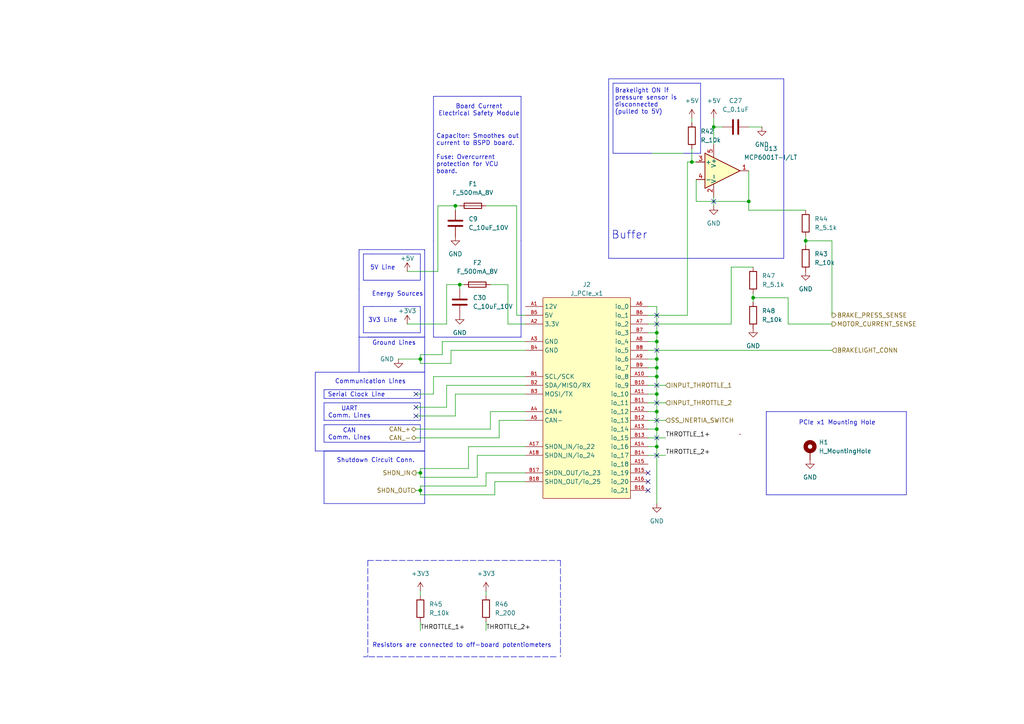
<source format=kicad_sch>
(kicad_sch (version 20250114) (generator "eeschema") (generator_version "9.0")
  (paper "A4")
  (title_block (title "PCIe x1 Connector") (comment 1 "By Leo Liao"))
  (lib_symbols
    (symbol "OEM:C_0.1uF_16V_0603" (pin_numbers (hide yes)) (pin_names (offset 0.254))
      (property "Reference" "C" (at 0.635 2.54 0))
      (property "Value" "C_0.1uF_16V" (at 0.635 -2.54 0))
      (symbol "C_0.1uF_16V_0603_0_1"
        (polyline (pts (xy -2.032 0.762) (xy 2.032 0.762)) (stroke (width 0.508)))
        (polyline (pts (xy -2.032 -0.762) (xy 2.032 -0.762)) (stroke (width 0.508)))
      )
      (symbol "C_0.1uF_16V_0603_1_1"
        (pin passive line (at 0 3.81 270) (length 2.794) (name "~") (number "1"))
        (pin passive line (at 0 -3.81 90) (length 2.794) (name "~") (number "2"))
      )
    )
    (symbol "OEM:C_10uF_10V_0603" (pin_numbers (hide yes)) (pin_names (offset 0.254))
      (property "Reference" "C" (at 0.635 2.54 0))
      (property "Value" "C_10uF_10V" (at 0.635 -2.54 0))
      (symbol "C_10uF_10V_0603_0_1"
        (polyline (pts (xy -2.032 0.762) (xy 2.032 0.762)) (stroke (width 0.508)))
        (polyline (pts (xy -2.032 -0.762) (xy 2.032 -0.762)) (stroke (width 0.508)))
      )
      (symbol "C_10uF_10V_0603_1_1"
        (pin passive line (at 0 3.81 270) (length 2.794) (name "~") (number "1"))
        (pin passive line (at 0 -3.81 90) (length 2.794) (name "~") (number "2"))
      )
    )
    (symbol "OEM:F_500mA_8V_1206" (pin_numbers (hide yes)) (pin_names (offset 0))
      (property "Reference" "F" (at 2.032 0 90))
      (property "Value" "F_500mA_8V" (at -1.905 0 90))
      (symbol "F_500mA_8V_1206_0_1"
        (rectangle (start -0.762 -2.54) (end 0.762 2.54) (stroke (width 0.254)))
        (polyline (pts (xy 0 2.54) (xy 0 -2.54)))
      )
      (symbol "F_500mA_8V_1206_1_1"
        (pin passive line (at 0 3.81 270) (length 1.27) (name "~") (number "1"))
        (pin passive line (at 0 -3.81 90) (length 1.27) (name "~") (number "2"))
      )
    )
    (symbol "OEM:H_MountingHole" (pin_numbers (hide yes)) (pin_names (offset 1.016) (hide yes)) (in_bom no)
      (property "Reference" "H" (at 0 6.35 0))
      (property "Value" "H_MountingHole" (at 0 4.445 0))
      (symbol "H_MountingHole_0_1"
        (circle (center 0 1.27) (radius 1.27) (stroke (width 1.27)))
      )
      (symbol "H_MountingHole_1_1"
        (pin input line (at 0 -2.54 90) (length 2.54) (name "1") (number "1"))
      )
    )
    (symbol "OEM:J_PCIe_x1"
      (property "Reference" "J" (at 0 30.48 0))
      (property "Value" "J_PCIe_x1" (at 0 27.94 0))
      (symbol "J_PCIe_x1_0_1"
        (circle (center 44.45 -12.954) (radius 0.0001))
      )
      (symbol "J_PCIe_x1_1_1"
        (rectangle (start -12.7 26.67) (end 12.7 -31.496) (fill (type background)))
        (pin bidirectional line (at -17.78 24.13 0) (length 5) (name "12V") (number "A1"))
        (pin bidirectional line (at -17.78 21.59 0) (length 5) (name "5V") (number "B5"))
        (pin bidirectional line (at -17.78 19.05 0) (length 5) (name "3.3V") (number "A2"))
        (pin bidirectional line (at -17.78 13.97 0) (length 5) (name "GND") (number "A3"))
        (pin bidirectional line (at -17.78 11.43 0) (length 5) (name "GND") (number "B4"))
        (pin bidirectional line (at -17.78 3.81 0) (length 5) (name "SCL/SCK") (number "B1"))
        (pin bidirectional line (at -17.78 1.27 0) (length 5) (name "SDA/MISO/RX") (number "B2"))
        (pin bidirectional line (at -17.78 -1.27 0) (length 5) (name "MOSI/TX") (number "B3"))
        (pin bidirectional line (at -17.78 -6.35 0) (length 5) (name "CAN+") (number "A4"))
        (pin bidirectional line (at -17.78 -8.89 0) (length 5) (name "CAN-") (number "A5"))
        (pin bidirectional line (at -17.78 -16.51 0) (length 5) (name "SHDN_IN/io_22") (number "A17"))
        (pin bidirectional line (at -17.78 -19.05 0) (length 5) (name "SHDN_IN/io_24") (number "A18"))
        (pin bidirectional line (at -17.78 -24.13 0) (length 5) (name "SHDN_OUT/io_23") (number "B17"))
        (pin bidirectional line (at -17.78 -26.67 0) (length 5) (name "SHDN_OUT/io_25") (number "B18"))
        (pin bidirectional line (at 17.78 24.13 180) (length 5) (name "io_0") (number "A6"))
        (pin bidirectional line (at 17.78 21.59 180) (length 5) (name "io_1") (number "B6"))
        (pin bidirectional line (at 17.78 19.05 180) (length 5) (name "io_2") (number "A7"))
        (pin bidirectional line (at 17.78 16.51 180) (length 5) (name "io_3") (number "B7"))
        (pin bidirectional line (at 17.78 13.97 180) (length 5) (name "io_4") (number "A8"))
        (pin bidirectional line (at 17.78 11.43 180) (length 5) (name "io_5") (number "B8"))
        (pin bidirectional line (at 17.78 8.89 180) (length 5) (name "io_6") (number "A9"))
        (pin bidirectional line (at 17.78 6.35 180) (length 5) (name "io_7") (number "B9"))
        (pin bidirectional line (at 17.78 3.81 180) (length 5) (name "io_8") (number "A10"))
        (pin bidirectional line (at 17.78 1.27 180) (length 5) (name "io_9") (number "B10"))
        (pin bidirectional line (at 17.78 -1.27 180) (length 5) (name "io_10") (number "A11"))
        (pin bidirectional line (at 17.78 -3.81 180) (length 5) (name "io_11") (number "B11"))
        (pin bidirectional line (at 17.78 -6.35 180) (length 5) (name "io_12") (number "A12"))
        (pin bidirectional line (at 17.78 -8.89 180) (length 5) (name "io_13") (number "B12"))
        (pin bidirectional line (at 17.78 -11.43 180) (length 5) (name "io_14") (number "A13"))
        (pin bidirectional line (at 17.78 -13.97 180) (length 5) (name "io_15") (number "B13"))
        (pin bidirectional line (at 17.78 -16.51 180) (length 5) (name "io_16") (number "A14"))
        (pin bidirectional line (at 17.78 -19.05 180) (length 5) (name "io_17") (number "B14"))
        (pin bidirectional line (at 17.78 -21.59 180) (length 5) (name "io_18") (number "A15"))
        (pin bidirectional line (at 17.78 -24.13 180) (length 5) (name "io_19") (number "B15"))
        (pin bidirectional line (at 17.78 -26.67 180) (length 5) (name "io_20") (number "A16"))
        (pin bidirectional line (at 17.78 -29.21 180) (length 5) (name "io_21") (number "B16"))
      )
    )
    (symbol "OEM:R_10k_0.1W_0603" (pin_numbers (hide yes)) (pin_names (offset 0))
      (property "Reference" "R" (at 2.032 0 90))
      (property "Value" "R_10k" (at 0 0 90))
      (symbol "R_10k_0.1W_0603_0_1"
        (rectangle (start -1.016 -2.54) (end 1.016 2.54) (stroke (width 0.254)))
      )
      (symbol "R_10k_0.1W_0603_1_1"
        (pin passive line (at 0 3.81 270) (length 1.27) (name "~") (number "1"))
        (pin passive line (at 0 -3.81 90) (length 1.27) (name "~") (number "2"))
      )
    )
    (symbol "OEM:R_200_0.1W_0603" (pin_numbers (hide yes)) (pin_names (offset 0))
      (property "Reference" "R" (at 2.032 0 90))
      (property "Value" "R_200" (at 0 0 90))
      (symbol "R_200_0.1W_0603_0_1"
        (rectangle (start -1.016 -2.54) (end 1.016 2.54) (stroke (width 0.254)))
      )
      (symbol "R_200_0.1W_0603_1_1"
        (pin passive line (at 0 3.81 270) (length 1.27) (name "~") (number "1"))
        (pin passive line (at 0 -3.81 90) (length 1.27) (name "~") (number "2"))
      )
    )
    (symbol "OEM:R_5.1k_0.1W_0603" (pin_numbers (hide yes)) (pin_names (offset 0))
      (property "Reference" "R" (at 2.032 0 90))
      (property "Value" "R_5.1k" (at 0 0 90))
      (symbol "R_5.1k_0.1W_0603_0_1"
        (rectangle (start -1.016 -2.54) (end 1.016 2.54) (stroke (width 0.254)))
      )
      (symbol "R_5.1k_0.1W_0603_1_1"
        (pin passive line (at 0 3.81 270) (length 1.27) (name "~") (number "1"))
        (pin passive line (at 0 -3.81 90) (length 1.27) (name "~") (number "2"))
      )
    )
    (symbol "OEM:U_OpAmp_MCP6001T-ILT_SOT-353" (pin_names (offset 0.127))
      (property "Reference" "U" (at 0 5.08 0))
      (property "Value" "MCP6001T-I/LT" (at 0 -5.08 0))
      (symbol "U_OpAmp_MCP6001T-ILT_SOT-353_0_1"
        (polyline (pts (xy -5.08 5.08) (xy 5.08 0) (xy -5.08 -5.08) (xy -5.08 5.08)) (stroke (width 0.254)) (fill (type background)))
        (pin power_in line (at -2.54 7.62 270) (length 3.81) (name "V+") (number "5"))
        (pin power_in line (at -2.54 -7.62 90) (length 3.81) (name "V-") (number "2"))
      )
      (symbol "U_OpAmp_MCP6001T-ILT_SOT-353_1_1"
        (pin input line (at -7.62 2.54 0) (length 2.54) (name "+") (number "3"))
        (pin input line (at -7.62 -2.54 0) (length 2.54) (name "-") (number "4"))
        (pin output line (at 7.62 0 180) (length 2.54) (name "~") (number "1"))
      )
    )
    (symbol "power:+3V3" (power) (pin_numbers (hide yes)) (pin_names (offset 0) (hide yes))
      (property "Value" "+3V3" (at 0 3.556 0))
      (symbol "+3V3_0_1"
        (polyline (pts (xy -0.762 1.27) (xy 0 2.54)))
        (polyline (pts (xy 0 2.54) (xy 0.762 1.27)))
        (polyline (pts (xy 0 0) (xy 0 2.54)))
      )
      (symbol "+3V3_1_1"
        (pin power_in line (at 0 0 90) (length 0) (name "~") (number "1"))
      )
    )
    (symbol "power:+5V" (power) (pin_numbers (hide yes)) (pin_names (offset 0) (hide yes))
      (property "Value" "+5V" (at 0 3.556 0))
      (symbol "+5V_0_1"
        (polyline (pts (xy -0.762 1.27) (xy 0 2.54)))
        (polyline (pts (xy 0 2.54) (xy 0.762 1.27)))
        (polyline (pts (xy 0 0) (xy 0 2.54)))
      )
      (symbol "+5V_1_1"
        (pin power_in line (at 0 0 90) (length 0) (name "~") (number "1"))
      )
    )
    (symbol "power:GND" (power) (pin_numbers (hide yes)) (pin_names (offset 0) (hide yes))
      (property "Value" "GND" (at 0 -3.81 0))
      (symbol "GND_0_1"
        (polyline (pts (xy 0 0) (xy 0 -1.27) (xy 1.27 -1.27) (xy 0 -2.54) (xy -1.27 -1.27) (xy 0 -1.27)))
      )
      (symbol "GND_1_1"
        (pin power_in line (at 0 0 270) (length 0) (name "~") (number "1"))
      )
    )
  )
  (text "Buffer" (at 177.292 69.596 0) (effects (font (size 2.286 2.286)) (justify left bottom)))
  (text "Shutdown Circuit Conn." (at 108.966 133.604 0) (effects (font (size 1.27 1.27))))
  (text "Serial Clock Line" (at 103.378 114.554 0) (effects (font (size 1.27 1.27))))
  (text "UART\nComm. Lines" (at 101.346 119.634 0) (effects (font (size 1.27 1.27))))
  (text "Board Current\nElectrical Safety Module" (at 138.938 32.004 0) (effects (font (size 1.27 1.27))))
  (text "PCIe x1 Mounting Hole" (at 242.824 122.682 0) (effects (font (size 1.27 1.27))))
  (text "Brakelight ON if\npressure sensor is\ndisconnected\n(pulled to 5V)\n" (at 178.308 33.274 0) (effects (font (size 1.27 1.27)) (justify left bottom)))
  (text "Communication Lines" (at 107.442 110.744 0) (effects (font (size 1.27 1.27))))
  (text "5V Line" (at 110.998 77.724 0) (effects (font (size 1.27 1.27))))
  (text "CAN\nComm. Lines" (at 101.346 125.984 0) (effects (font (size 1.27 1.27))))
  (text "3V3 Line" (at 110.998 92.964 0) (effects (font (size 1.27 1.27))))
  (text "Ground Lines" (at 114.3 99.568 0) (effects (font (size 1.27 1.27))))
  (text "Resistors are connected to off-board potentiometers" (at 107.95 187.96 0) (effects (font (size 1.27 1.27)) (justify left bottom)))
  (text "Capacitor: Smoothes out \ncurrent to BSPD board.\n\nFuse: Overcurrent\nprotection for VCU\nboard." (at 126.492 50.546 0) (effects (font (size 1.27 1.27)) (justify left bottom)))
  (text "Energy Sources" (at 115.316 85.344 0) (effects (font (size 1.27 1.27))))
  (junction (at 190.5 129.54))
  (junction (at 190.5 124.46))
  (junction (at 121.92 104.14))
  (junction (at 121.92 142.24))
  (junction (at 190.5 114.3))
  (junction (at 190.5 119.38))
  (junction (at 121.92 137.16))
  (junction (at 132.08 59.69))
  (junction (at 133.35 82.55))
  (junction (at 233.68 69.85))
  (junction (at 190.5 99.06))
  (junction (at 190.5 109.22))
  (junction (at 200.66 46.99))
  (junction (at 217.17 58.42))
  (junction (at 218.44 86.36))
  (junction (at 190.5 96.52))
  (junction (at 190.5 106.68))
  (junction (at 207.01 36.83))
  (junction (at 190.5 104.14))
  (no_connect (at 190.5 91.44))
  (no_connect (at 190.5 111.76))
  (no_connect (at 120.65 114.3))
  (no_connect (at 207.01 58.42))
  (no_connect (at 190.5 127))
  (no_connect (at 187.96 139.7))
  (no_connect (at 190.5 93.98))
  (no_connect (at 190.5 132.08))
  (no_connect (at 120.65 120.65))
  (no_connect (at 190.5 121.92))
  (no_connect (at 120.65 118.11))
  (no_connect (at 190.5 116.84))
  (no_connect (at 187.96 137.16))
  (no_connect (at 190.5 101.6))
  (no_connect (at 187.96 142.24))
  (polyline (pts (xy 121.92 73.66) (xy 121.92 81.28)))
  (wire (pts (xy 132.08 59.69) (xy 133.35 59.69)))
  (polyline (pts (xy 151.13 69.85) (xy 151.13 97.79)))
  (wire (pts (xy 187.96 114.3) (xy 190.5 114.3)))
  (wire (pts (xy 127 78.74) (xy 127 59.69)))
  (polyline (pts (xy 262.89 143.51) (xy 262.89 119.38)))
  (wire (pts (xy 144.78 121.92) (xy 152.4 121.92)))
  (wire (pts (xy 121.92 138.43) (xy 121.92 137.16)))
  (wire (pts (xy 133.35 82.55) (xy 134.62 82.55)))
  (wire (pts (xy 121.92 142.24) (xy 120.65 142.24)))
  (wire (pts (xy 147.32 93.98) (xy 152.4 93.98)))
  (wire (pts (xy 127 59.69) (xy 132.08 59.69)))
  (polyline (pts (xy 104.14 97.79) (xy 104.14 83.82)))
  (wire (pts (xy 121.92 171.45) (xy 121.92 172.72)))
  (wire (pts (xy 118.11 93.98) (xy 129.54 93.98)))
  (wire (pts (xy 187.96 101.6) (xy 241.3 101.6)))
  (wire (pts (xy 187.96 111.76) (xy 193.04 111.76)))
  (wire (pts (xy 140.97 180.34) (xy 140.97 182.88)))
  (polyline (pts (xy 104.14 72.39) (xy 106.68 72.39)))
  (polyline (pts (xy 227.33 74.93) (xy 227.33 22.86)))
  (wire (pts (xy 152.4 111.76) (xy 129.54 111.76)))
  (wire (pts (xy 190.5 129.54) (xy 190.5 146.05)))
  (polyline (pts (xy 93.98 121.92) (xy 121.92 121.92)))
  (wire (pts (xy 220.98 36.83) (xy 217.17 36.83)))
  (polyline (pts (xy 121.92 116.84) (xy 93.98 116.84)))
  (wire (pts (xy 190.5 96.52) (xy 190.5 99.06)))
  (wire (pts (xy 120.65 120.65) (xy 132.08 120.65)))
  (polyline (pts (xy 161.29 190.5) (xy 105.41 190.5)) (stroke (width 0) (type dash)))
  (polyline (pts (xy 222.25 143.51) (xy 262.89 143.51)))
  (polyline (pts (xy 125.73 27.94) (xy 125.73 69.85)))
  (wire (pts (xy 217.17 60.96) (xy 233.68 60.96)))
  (wire (pts (xy 133.35 82.55) (xy 133.35 83.82)))
  (wire (pts (xy 121.92 140.97) (xy 140.97 140.97)))
  (polyline (pts (xy 107.95 81.28) (xy 121.92 81.28)))
  (wire (pts (xy 217.17 49.53) (xy 217.17 58.42)))
  (wire (pts (xy 125.73 109.22) (xy 152.4 109.22)))
  (polyline (pts (xy 121.92 128.27) (xy 121.92 123.19)))
  (wire (pts (xy 207.01 59.69) (xy 207.01 57.15)))
  (polyline (pts (xy 121.92 113.03) (xy 93.98 113.03)))
  (wire (pts (xy 140.97 59.69) (xy 149.86 59.69)))
  (wire (pts (xy 121.92 135.89) (xy 135.89 135.89)))
  (wire (pts (xy 218.44 86.36) (xy 218.44 87.63)))
  (wire (pts (xy 187.96 121.92) (xy 193.04 121.92)))
  (wire (pts (xy 190.5 109.22) (xy 190.5 114.3)))
  (wire (pts (xy 121.92 104.14) (xy 121.92 105.41)))
  (wire (pts (xy 135.89 135.89) (xy 135.89 129.54)))
  (polyline (pts (xy 123.19 97.79) (xy 106.68 97.79)))
  (polyline (pts (xy 104.14 72.39) (xy 104.14 83.82)))
  (wire (pts (xy 128.27 102.87) (xy 121.92 102.87)))
  (wire (pts (xy 190.5 106.68) (xy 190.5 109.22)))
  (polyline (pts (xy 222.25 119.38) (xy 262.89 119.38)))
  (wire (pts (xy 142.24 124.46) (xy 142.24 119.38)))
  (wire (pts (xy 199.39 46.99) (xy 199.39 91.44)))
  (polyline (pts (xy 91.44 107.95) (xy 96.52 107.95)))
  (polyline (pts (xy 93.98 146.05) (xy 123.19 146.05)))
  (polyline (pts (xy 203.2 44.45) (xy 177.8 44.45)))
  (polyline (pts (xy 121.92 123.19) (xy 93.98 123.19)))
  (wire (pts (xy 120.65 127) (xy 144.78 127)))
  (wire (pts (xy 187.96 127) (xy 193.04 127)))
  (wire (pts (xy 187.96 88.9) (xy 190.5 88.9)))
  (wire (pts (xy 121.92 138.43) (xy 138.43 138.43)))
  (polyline (pts (xy 121.92 115.57) (xy 121.92 113.03)))
  (wire (pts (xy 142.24 119.38) (xy 152.4 119.38)))
  (polyline (pts (xy 107.95 96.52) (xy 121.92 96.52)))
  (polyline (pts (xy 93.98 115.57) (xy 121.92 115.57)))
  (polyline (pts (xy 176.53 22.86) (xy 176.53 74.93)))
  (polyline (pts (xy 222.25 119.38) (xy 222.25 143.51)))
  (polyline (pts (xy 105.41 73.66) (xy 105.41 81.28)))
  (polyline (pts (xy 121.92 88.9) (xy 121.92 96.52)))
  (polyline (pts (xy 123.19 130.81) (xy 93.98 130.81)))
  (wire (pts (xy 187.96 124.46) (xy 190.5 124.46)))
  (wire (pts (xy 187.96 104.14) (xy 190.5 104.14)))
  (wire (pts (xy 190.5 119.38) (xy 190.5 124.46)))
  (wire (pts (xy 125.73 114.3) (xy 125.73 109.22)))
  (polyline (pts (xy 91.44 130.81) (xy 91.44 128.27)))
  (wire (pts (xy 190.5 114.3) (xy 190.5 119.38)))
  (wire (pts (xy 121.92 137.16) (xy 120.65 137.16)))
  (wire (pts (xy 209.55 36.83) (xy 207.01 36.83)))
  (wire (pts (xy 218.44 86.36) (xy 228.6 86.36)))
  (wire (pts (xy 201.93 58.42) (xy 217.17 58.42)))
  (polyline (pts (xy 93.98 128.27) (xy 121.92 128.27)))
  (wire (pts (xy 129.54 111.76) (xy 129.54 118.11)))
  (wire (pts (xy 187.96 129.54) (xy 190.5 129.54)))
  (wire (pts (xy 207.01 34.29) (xy 207.01 36.83)))
  (polyline (pts (xy 105.41 88.9) (xy 105.41 96.52)))
  (wire (pts (xy 233.68 68.58) (xy 233.68 69.85)))
  (polyline (pts (xy 176.53 74.93) (xy 227.33 74.93)))
  (polyline (pts (xy 123.19 72.39) (xy 106.68 72.39)))
  (wire (pts (xy 121.92 143.51) (xy 143.51 143.51)))
  (polyline (pts (xy 93.98 116.84) (xy 93.98 121.92)))
  (polyline (pts (xy 177.8 44.45) (xy 177.8 24.13)))
  (wire (pts (xy 228.6 93.98) (xy 241.3 93.98)))
  (wire (pts (xy 128.27 99.06) (xy 128.27 102.87)))
  (wire (pts (xy 121.92 140.97) (xy 121.92 142.24)))
  (wire (pts (xy 199.39 91.44) (xy 187.96 91.44)))
  (polyline (pts (xy 125.73 27.94) (xy 151.13 27.94)))
  (polyline (pts (xy 105.41 88.9) (xy 107.95 88.9)))
  (wire (pts (xy 228.6 86.36) (xy 228.6 93.98)))
  (wire (pts (xy 121.92 105.41) (xy 130.81 105.41)))
  (wire (pts (xy 132.08 120.65) (xy 132.08 114.3)))
  (polyline (pts (xy 123.19 130.81) (xy 91.44 130.81)))
  (wire (pts (xy 129.54 82.55) (xy 133.35 82.55)))
  (polyline (pts (xy 123.19 146.05) (xy 123.19 130.81)))
  (polyline (pts (xy 123.19 107.95) (xy 96.52 107.95)))
  (wire (pts (xy 218.44 85.09) (xy 218.44 86.36)))
  (wire (pts (xy 132.08 114.3) (xy 152.4 114.3)))
  (wire (pts (xy 138.43 138.43) (xy 138.43 132.08)))
  (wire (pts (xy 207.01 36.83) (xy 207.01 41.91)))
  (wire (pts (xy 121.92 143.51) (xy 121.92 142.24)))
  (wire (pts (xy 149.86 91.44) (xy 152.4 91.44)))
  (wire (pts (xy 130.81 101.6) (xy 152.4 101.6)))
  (wire (pts (xy 212.09 93.98) (xy 212.09 77.47)))
  (wire (pts (xy 212.09 77.47) (xy 218.44 77.47)))
  (wire (pts (xy 187.96 132.08) (xy 193.04 132.08)))
  (wire (pts (xy 120.65 114.3) (xy 125.73 114.3)))
  (polyline (pts (xy 106.68 162.56) (xy 162.56 162.56)) (stroke (width 0) (type dash)))
  (polyline (pts (xy 105.41 81.28) (xy 107.95 81.28)))
  (polyline (pts (xy 123.19 107.95) (xy 123.19 97.79)))
  (polyline (pts (xy 93.98 123.19) (xy 93.98 128.27)))
  (wire (pts (xy 138.43 132.08) (xy 152.4 132.08)))
  (wire (pts (xy 233.68 69.85) (xy 241.3 69.85)))
  (wire (pts (xy 187.96 106.68) (xy 190.5 106.68)))
  (polyline (pts (xy 104.14 97.79) (xy 104.14 107.95)))
  (polyline (pts (xy 176.53 22.86) (xy 227.33 22.86)))
  (wire (pts (xy 147.32 82.55) (xy 147.32 93.98)))
  (wire (pts (xy 142.24 82.55) (xy 147.32 82.55)))
  (polyline (pts (xy 123.19 107.95) (xy 106.68 107.95)))
  (wire (pts (xy 201.93 52.07) (xy 201.93 58.42)))
  (wire (pts (xy 120.65 124.46) (xy 142.24 124.46)))
  (wire (pts (xy 187.96 93.98) (xy 212.09 93.98)))
  (polyline (pts (xy 121.92 88.9) (xy 107.95 88.9)))
  (polyline (pts (xy 123.19 97.79) (xy 106.68 97.79)))
  (wire (pts (xy 241.3 69.85) (xy 241.3 91.44)))
  (wire (pts (xy 130.81 105.41) (xy 130.81 101.6)))
  (wire (pts (xy 200.66 43.18) (xy 200.66 46.99)))
  (wire (pts (xy 135.89 129.54) (xy 152.4 129.54)))
  (wire (pts (xy 190.5 104.14) (xy 190.5 106.68)))
  (polyline (pts (xy 93.98 113.03) (xy 93.98 115.57)))
  (wire (pts (xy 217.17 58.42) (xy 217.17 60.96)))
  (wire (pts (xy 143.51 139.7) (xy 152.4 139.7)))
  (wire (pts (xy 187.96 96.52) (xy 190.5 96.52)))
  (polyline (pts (xy 151.13 69.85) (xy 151.13 27.94)))
  (wire (pts (xy 190.5 99.06) (xy 190.5 104.14)))
  (wire (pts (xy 190.5 124.46) (xy 190.5 129.54)))
  (polyline (pts (xy 162.56 162.56) (xy 162.56 190.5)) (stroke (width 0) (type dash)))
  (polyline (pts (xy 106.68 162.56) (xy 106.68 190.5)) (stroke (width 0) (type dash)))
  (wire (pts (xy 143.51 143.51) (xy 143.51 139.7)))
  (polyline (pts (xy 121.92 121.92) (xy 121.92 116.84)))
  (polyline (pts (xy 105.41 96.52) (xy 107.95 96.52)))
  (wire (pts (xy 121.92 104.14) (xy 121.92 102.87)))
  (wire (pts (xy 140.97 137.16) (xy 152.4 137.16)))
  (wire (pts (xy 198.12 44.45) (xy 189.23 44.45)))
  (polyline (pts (xy 177.8 24.13) (xy 203.2 24.13)))
  (polyline (pts (xy 93.98 130.81) (xy 93.98 146.05)))
  (polyline (pts (xy 105.41 73.66) (xy 107.95 73.66)))
  (wire (pts (xy 199.39 46.99) (xy 200.66 46.99)))
  (wire (pts (xy 152.4 99.06) (xy 128.27 99.06)))
  (polyline (pts (xy 203.2 24.13) (xy 203.2 44.45)))
  (polyline (pts (xy 125.73 97.79) (xy 151.13 97.79)))
  (wire (pts (xy 187.96 99.06) (xy 190.5 99.06)))
  (polyline (pts (xy 123.19 72.39) (xy 123.19 83.82)))
  (polyline (pts (xy 121.92 73.66) (xy 107.95 73.66)))
  (polyline (pts (xy 123.19 128.27) (xy 123.19 130.81)))
  (polyline (pts (xy 123.19 107.95) (xy 123.19 128.27)))
  (polyline (pts (xy 91.44 128.27) (xy 91.44 107.95)))
  (wire (pts (xy 121.92 135.89) (xy 121.92 137.16)))
  (wire (pts (xy 144.78 127) (xy 144.78 121.92)))
  (wire (pts (xy 187.96 109.22) (xy 190.5 109.22)))
  (wire (pts (xy 140.97 171.45) (xy 140.97 172.72)))
  (polyline (pts (xy 104.14 97.79) (xy 106.68 97.79)))
  (wire (pts (xy 190.5 88.9) (xy 190.5 96.52)))
  (wire (pts (xy 187.96 119.38) (xy 190.5 119.38)))
  (wire (pts (xy 115.57 104.14) (xy 121.92 104.14)))
  (wire (pts (xy 233.68 69.85) (xy 233.68 71.12)))
  (wire (pts (xy 129.54 93.98) (xy 129.54 82.55)))
  (wire (pts (xy 187.96 116.84) (xy 193.04 116.84)))
  (wire (pts (xy 120.65 118.11) (xy 129.54 118.11)))
  (polyline (pts (xy 125.73 69.85) (xy 125.73 97.79)))
  (wire (pts (xy 132.08 59.69) (xy 132.08 60.96)))
  (wire (pts (xy 200.66 46.99) (xy 201.93 46.99)))
  (wire (pts (xy 121.92 180.34) (xy 121.92 182.88)))
  (wire (pts (xy 149.86 59.69) (xy 149.86 91.44)))
  (wire (pts (xy 140.97 140.97) (xy 140.97 137.16)))
  (wire (pts (xy 200.66 34.29) (xy 200.66 35.56)))
  (polyline (pts (xy 123.19 83.82) (xy 123.19 97.79)))
  (wire (pts (xy 118.11 78.74) (xy 127 78.74)))
  (label "THROTTLE_1+" (at 193.04 127 0))
  (label "THROTTLE_2+" (at 193.04 132.08 0))
  (label "THROTTLE_1+" (at 121.92 182.88 0))
  (label "THROTTLE_2+" (at 140.97 182.88 0))
  (hierarchical_label "CAN_-" (shape bidirectional) (at 120.65 127 180))
  (hierarchical_label "INPUT_THROTTLE_1" (shape input) (at 193.04 111.76 0))
  (hierarchical_label "SS_INERTIA_SWITCH" (shape input) (at 193.04 121.92 0))
  (hierarchical_label "MOTOR_CURRENT_SENSE" (shape output) (at 241.3 93.98 0))
  (hierarchical_label "BRAKE_PRESS_SENSE" (shape output) (at 241.3 91.44 0))
  (hierarchical_label "SHDN_OUT" (shape input) (at 120.65 142.24 180))
  (hierarchical_label "SHDN_IN" (shape output) (at 120.65 137.16 180))
  (hierarchical_label "BRAKELIGHT_CONN" (shape input) (at 241.3 101.6 0))
  (hierarchical_label "CAN_+" (shape bidirectional) (at 120.65 124.46 180))
  (hierarchical_label "INPUT_THROTTLE_2" (shape input) (at 193.04 116.84 0))
  (symbol (lib_id "OEM:F_500mA_8V_1206") (at 138.43 82.55 90) (unit 1)
    (property "Reference" "F2" (at 138.43 76.2 90))
    (property "Value" "F_500mA_8V" (at 138.43 78.74 90))
    (property "Footprint" "OEM:Fuse_1206_3216Metric" (effects (hide yes)))
    (property "Datasheet" "https://www.mouser.com/datasheet/3/191/1/ds-cp-0zcj-series.pdf" (effects (hide yes)))
    (property "Description" "PTC RESET FUSE 8V 500MA 1206" (effects (hide yes)))
    (property "MPN" "0ZCJ0050FF2G" (effects (hide yes)))
  )
  (symbol (lib_id "power:+5V") (at 207.01 34.29 0) (unit 1)
    (property "Reference" "#PWR?" (effects (hide yes)))
    (property "Value" "+5V" (at 207.01 29.21 0))
    (property "Description" "Power symbol creates a global label with name \"+5V\"" (effects (hide yes)))
  )
  (symbol (lib_id "OEM:H_MountingHole") (at 234.95 130.81 0) (unit 1) (in_bom no)
    (property "Reference" "H1" (at 237.49 128.2699 0) (effects (justify left)))
    (property "Value" "H_MountingHole" (at 237.49 130.8099 0) (effects (justify left)))
    (property "Footprint" "OEM:H_MountingHole" (effects (hide yes)))
    (property "Description" "Mounting Hole with connection" (effects (hide yes)))
  )
  (symbol (lib_id "OEM:R_10k_0.1W_0603") (at 200.66 39.37 0) (unit 1)
    (property "Reference" "R42" (at 203.2 38.0999 0) (effects (justify left)))
    (property "Value" "R_10k" (at 203.2 40.6399 0) (effects (justify left)))
    (property "Footprint" "OEM:R_0603_1608Metric" (effects (hide yes)))
    (property "Datasheet" "https://www.mouser.com/datasheet/3/1099/1/SEI-RMCF_RMCP.pdf" (effects (hide yes)))
    (property "Description" "RES 10K OHM 1% 1/10W 0603" (effects (hide yes)))
    (property "MPN" "RMCF0603FT10K0" (effects (hide yes)))
  )
  (symbol (lib_id "OEM:R_200_0.1W_0603") (at 140.97 176.53 0) (unit 1)
    (property "Reference" "R46" (at 143.51 175.2599 0) (effects (justify left)))
    (property "Value" "R_200" (at 143.51 177.7999 0) (effects (justify left)))
    (property "Footprint" "OEM:R_0603_1608Metric" (effects (hide yes)))
    (property "Datasheet" "https://www.mouser.com/datasheet/3/317/1/ASC_WR.pdf" (effects (hide yes)))
    (property "Description" "RES 200 OHM 1% 1/10W 0603" (effects (hide yes)))
    (property "MFN" "Stackpole Electronics" (effects (hide yes)))
    (property "MPN" "WR06X2000FTL" (effects (hide yes)))
    (property "DKPN" "RMCF0603ZT0R00DKR-ND" (effects (hide yes)))
    (property "NewDesigns" "YES" (effects (hide yes)))
    (property "Stocked" "Digi-Reel" (effects (hide yes)))
    (property "Package" "0603" (effects (hide yes)))
    (property "Style" "SMD" (effects (hide yes)))
  )
  (symbol (lib_id "power:GND") (at 115.57 104.14 0) (unit 1)
    (property "Reference" "#PWR?" (effects (hide yes)))
    (property "Value" "GND" (at 112.268 104.14 0))
    (property "Description" "Power symbol creates a global label with name \"GND\" , ground" (effects (hide yes)))
  )
  (symbol (lib_id "power:+5V") (at 118.11 78.74 0) (unit 1)
    (property "Reference" "#PWR?" (effects (hide yes)))
    (property "Value" "+5V" (at 118.11 74.93 0))
    (property "Description" "Power symbol creates a global label with name \"+5V\"" (effects (hide yes)))
  )
  (symbol (lib_id "OEM:C_0.1uF_16V_0603") (at 213.36 36.83 90) (unit 1)
    (property "Reference" "C27" (at 213.36 29.21 90))
    (property "Value" "C_0.1uF" (at 213.36 31.75 90))
    (property "Footprint" "OEM:C_0603_1608Metric" (effects (hide yes)))
    (property "Datasheet" "https://www.mouser.com/datasheet/3/72/1/KEM_C1005_Y5V_SMD.pdf" (effects (hide yes)))
    (property "Description" "CAP CER 0.1UF 16V Y5V 0603" (effects (hide yes)))
    (property "MPN" "C0603C104Z4VACTU" (effects (hide yes)))
  )
  (symbol (lib_id "power:+3V3") (at 140.97 171.45 0) (unit 1)
    (property "Reference" "#PWR?" (effects (hide yes)))
    (property "Value" "+3V3" (at 140.97 166.37 0))
    (property "Description" "Power symbol creates a global label with name \"+3V3\"" (effects (hide yes)))
  )
  (symbol (lib_id "power:GND") (at 207.01 59.69 0) (unit 1)
    (property "Reference" "#PWR?" (effects (hide yes)))
    (property "Value" "GND" (at 207.01 64.77 0))
    (property "Description" "Power symbol creates a global label with name \"GND\" , ground" (effects (hide yes)))
  )
  (symbol (lib_id "OEM:F_500mA_8V_1206") (at 137.16 59.69 90) (unit 1)
    (property "Reference" "F1" (at 137.16 53.34 90))
    (property "Value" "F_500mA_8V" (at 137.16 55.88 90))
    (property "Footprint" "OEM:Fuse_1206_3216Metric" (effects (hide yes)))
    (property "Datasheet" "https://www.mouser.com/datasheet/3/191/1/ds-cp-0zcj-series.pdf" (effects (hide yes)))
    (property "Description" "PTC RESET FUSE 8V 500MA 1206" (effects (hide yes)))
    (property "MPN" "0ZCJ0050FF2G" (effects (hide yes)))
  )
  (symbol (lib_id "power:GND") (at 132.08 68.58 0) (unit 1)
    (property "Reference" "#PWR?" (effects (hide yes)))
    (property "Value" "GND" (at 132.08 73.66 0))
    (property "Description" "Power symbol creates a global label with name \"GND\" , ground" (effects (hide yes)))
  )
  (symbol (lib_id "OEM:R_10k_0.1W_0603") (at 218.44 91.44 0) (unit 1)
    (property "Reference" "R48" (at 220.98 90.1699 0) (effects (justify left)))
    (property "Value" "R_10k" (at 220.98 92.7099 0) (effects (justify left)))
    (property "Footprint" "OEM:R_0603_1608Metric" (effects (hide yes)))
    (property "Datasheet" "https://www.mouser.com/datasheet/3/1099/1/SEI-RMCF_RMCP.pdf" (effects (hide yes)))
    (property "Description" "RES 10K OHM 1% 1/10W 0603" (effects (hide yes)))
    (property "MPN" "RMCF0603FT10K0" (effects (hide yes)))
  )
  (symbol (lib_id "OEM:C_10uF_10V_0603") (at 132.08 64.77 0) (unit 1)
    (property "Reference" "C9" (at 135.89 63.4999 0) (effects (justify left)))
    (property "Value" "C_10uF_10V" (at 135.89 66.0399 0) (effects (justify left)))
    (property "Footprint" "OEM:C_0603_1608Metric" (effects (hide yes)))
    (property "Datasheet" "https://search.murata.co.jp/Ceramy/image/img/A01X/G101/ENG/GRM188D71A106KA73-01.pdf" (effects (hide yes)))
    (property "Description" "CAP CER 10UF 10V X7T 0603" (effects (hide yes)))
    (property "MPN" "GRM188D71A106KA73D" (effects (hide yes)))
  )
  (symbol (lib_id "power:GND") (at 233.68 78.74 0) (unit 1)
    (property "Reference" "#PWR?" (effects (hide yes)))
    (property "Value" "GND" (at 233.68 83.82 0))
    (property "Description" "Power symbol creates a global label with name \"GND\" , ground" (effects (hide yes)))
  )
  (symbol (lib_id "OEM:R_5.1k_0.1W_0603") (at 233.68 64.77 0) (unit 1)
    (property "Reference" "R44" (at 236.22 63.4999 0) (effects (justify left)))
    (property "Value" "R_5.1k" (at 239.522 66.04 0))
    (property "Footprint" "OEM:R_0603_1608Metric" (effects (hide yes)))
    (property "Datasheet" "https://www.mouser.com/datasheet/3/40/1/cr-a-as.pdf" (effects (hide yes)))
    (property "Description" "RESA-AS 0603 5K1 1% 1/10W TC100" (effects (hide yes)))
    (property "MPN" "CR0603AFX-5101EAS" (effects (hide yes)))
  )
  (symbol (lib_id "power:GND") (at 218.44 95.25 0) (unit 1)
    (property "Reference" "#PWR?" (effects (hide yes)))
    (property "Value" "GND" (at 218.44 100.33 0))
    (property "Description" "Power symbol creates a global label with name \"GND\" , ground" (effects (hide yes)))
  )
  (symbol (lib_id "OEM:C_10uF_10V_0603") (at 133.35 87.63 0) (unit 1)
    (property "Reference" "C30" (at 137.16 86.3599 0) (effects (justify left)))
    (property "Value" "C_10uF_10V" (at 137.16 88.8999 0) (effects (justify left)))
    (property "Footprint" "OEM:C_0603_1608Metric" (effects (hide yes)))
    (property "Datasheet" "https://search.murata.co.jp/Ceramy/image/img/A01X/G101/ENG/GRM188D71A106KA73-01.pdf" (effects (hide yes)))
    (property "Description" "CAP CER 10UF 10V X7T 0603" (effects (hide yes)))
    (property "MPN" "GRM188D71A106KA73D" (effects (hide yes)))
  )
  (symbol (lib_id "power:+3V3") (at 118.11 93.98 0) (unit 1)
    (property "Reference" "#PWR?" (effects (hide yes)))
    (property "Value" "+3V3" (at 118.11 90.17 0))
    (property "Description" "Power symbol creates a global label with name \"+3V3\"" (effects (hide yes)))
  )
  (symbol (lib_id "OEM:J_PCIe_x1") (at 170.18 113.03 0) (unit 1)
    (property "Reference" "J2" (at 170.18 82.55 0))
    (property "Value" "J_PCIe_x1" (at 170.18 85.09 0))
    (property "Footprint" "OEM:J_PCIe_x1" (effects (hide yes)))
    (property "Datasheet" "https://www.te.com/commerce/DocumentDelivery/DDEController?Action=showdoc&DocId=Data+Sheet%7F4-1773442-7%7F0308%7Fpdf%7FEnglish%7FENG_DS_4-1773442-7_0308.pdf%7F2-1761465-1" (effects (hide yes)))
    (property "Description" "Interface used to connect daugterboards to motherboards" (effects (hide yes)))
    (property "MPN" "2-1761465-1" (effects (hide yes)))
  )
  (symbol (lib_id "OEM:U_OpAmp_MCP6001T-ILT_SOT-353") (at 209.55 49.53 0) (unit 1)
    (property "Reference" "U13" (at 223.52 43.1098 0))
    (property "Value" "MCP6001T-I/LT" (at 223.52 45.6498 0))
    (property "Footprint" "OEM:SOT-353_SC-70-5" (effects (hide yes)))
    (property "Datasheet" "https://www.mouser.com/datasheet/3/282/1/MCP6001-1R-1U-2-4-1-MHz-Low-Power-Op-Amp-DS20001733L.pdf" (effects (hide yes)))
    (property "Description" "IC OPAMP GP 1 CIRCUIT SC70-5" (effects (hide yes)))
    (property "MPN" "MCP6001T-I/LT" (effects (hide yes)))
  )
  (symbol (lib_id "power:+5V") (at 200.66 34.29 0) (unit 1)
    (property "Reference" "#PWR?" (effects (hide yes)))
    (property "Value" "+5V" (at 200.66 29.21 0))
    (property "Description" "Power symbol creates a global label with name \"+5V\"" (effects (hide yes)))
  )
  (symbol (lib_id "OEM:R_5.1k_0.1W_0603") (at 218.44 81.28 0) (unit 1)
    (property "Reference" "R47" (at 220.98 80.0099 0) (effects (justify left)))
    (property "Value" "R_5.1k" (at 224.282 82.55 0))
    (property "Footprint" "OEM:R_0603_1608Metric" (effects (hide yes)))
    (property "Datasheet" "https://www.mouser.com/datasheet/3/40/1/cr-a-as.pdf" (effects (hide yes)))
    (property "Description" "RESA-AS 0603 5K1 1% 1/10W TC100" (effects (hide yes)))
    (property "MPN" "CR0603AFX-5101EAS" (effects (hide yes)))
  )
  (symbol (lib_id "OEM:R_10k_0.1W_0603") (at 233.68 74.93 0) (unit 1)
    (property "Reference" "R43" (at 236.22 73.6599 0) (effects (justify left)))
    (property "Value" "R_10k" (at 236.22 76.1999 0) (effects (justify left)))
    (property "Footprint" "OEM:R_0603_1608Metric" (effects (hide yes)))
    (property "Datasheet" "https://www.mouser.com/datasheet/3/1099/1/SEI-RMCF_RMCP.pdf" (effects (hide yes)))
    (property "Description" "RES 10K OHM 1% 1/10W 0603" (effects (hide yes)))
    (property "MPN" "RMCF0603FT10K0" (effects (hide yes)))
  )
  (symbol (lib_id "power:GND") (at 190.5 146.05 0) (unit 1)
    (property "Reference" "#PWR?" (effects (hide yes)))
    (property "Value" "GND" (at 190.5 151.13 0))
    (property "Description" "Power symbol creates a global label with name \"GND\" , ground" (effects (hide yes)))
  )
  (symbol (lib_id "power:+3V3") (at 121.92 171.45 0) (unit 1)
    (property "Reference" "#PWR?" (effects (hide yes)))
    (property "Value" "+3V3" (at 121.92 166.37 0))
    (property "Description" "Power symbol creates a global label with name \"+3V3\"" (effects (hide yes)))
  )
  (symbol (lib_id "OEM:R_10k_0.1W_0603") (at 121.92 176.53 0) (unit 1)
    (property "Reference" "R45" (at 124.46 175.2599 0) (effects (justify left)))
    (property "Value" "R_10k" (at 124.46 177.7999 0) (effects (justify left)))
    (property "Footprint" "OEM:R_0603_1608Metric" (effects (hide yes)))
    (property "Datasheet" "https://www.mouser.com/datasheet/3/1099/1/SEI-RMCF_RMCP.pdf" (effects (hide yes)))
    (property "Description" "RES 10K OHM 1% 1/10W 0603" (effects (hide yes)))
    (property "MPN" "RMCF0603FT10K0" (effects (hide yes)))
    (property "MFN" "Stackpole Electronics" (effects (hide yes)))
    (property "DKPN" "RMCF0603FT10K0TR-ND" (effects (hide yes)))
    (property "Package" "0603" (effects (hide yes)))
    (property "NewDesigns" "YES" (effects (hide yes)))
    (property "Stocked" "Reel" (effects (hide yes)))
    (property "Style" "SMD" (effects (hide yes)))
  )
  (symbol (lib_id "power:GND") (at 133.35 91.44 0) (unit 1)
    (property "Reference" "#PWR?" (effects (hide yes)))
    (property "Value" "GND" (at 133.35 96.52 0))
    (property "Description" "Power symbol creates a global label with name \"GND\" , ground" (effects (hide yes)))
  )
  (symbol (lib_id "power:GND") (at 220.98 36.83 0) (unit 1)
    (property "Reference" "#PWR?" (effects (hide yes)))
    (property "Value" "GND" (at 220.98 41.91 0))
    (property "Description" "Power symbol creates a global label with name \"GND\" , ground" (effects (hide yes)))
  )
  (symbol (lib_id "power:GND") (at 234.95 133.35 0) (unit 1)
    (property "Reference" "#PWR?" (effects (hide yes)))
    (property "Value" "GND" (at 234.95 138.43 0))
    (property "Description" "Power symbol creates a global label with name \"GND\" , ground" (effects (hide yes)))
  )
)
</source>
